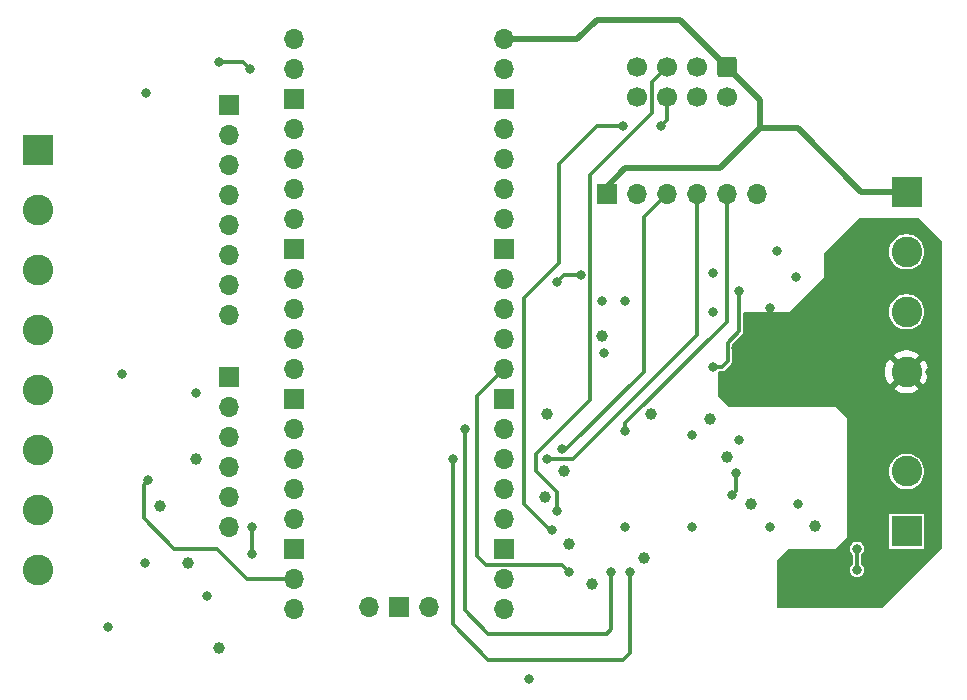
<source format=gbl>
%TF.GenerationSoftware,KiCad,Pcbnew,8.0.2*%
%TF.CreationDate,2024-09-15T12:36:31-05:00*%
%TF.ProjectId,Axis_MCU_V3,41786973-5f4d-4435-955f-56332e6b6963,rev?*%
%TF.SameCoordinates,Original*%
%TF.FileFunction,Copper,L4,Bot*%
%TF.FilePolarity,Positive*%
%FSLAX46Y46*%
G04 Gerber Fmt 4.6, Leading zero omitted, Abs format (unit mm)*
G04 Created by KiCad (PCBNEW 8.0.2) date 2024-09-15 12:36:31*
%MOMM*%
%LPD*%
G01*
G04 APERTURE LIST*
G04 Aperture macros list*
%AMRoundRect*
0 Rectangle with rounded corners*
0 $1 Rounding radius*
0 $2 $3 $4 $5 $6 $7 $8 $9 X,Y pos of 4 corners*
0 Add a 4 corners polygon primitive as box body*
4,1,4,$2,$3,$4,$5,$6,$7,$8,$9,$2,$3,0*
0 Add four circle primitives for the rounded corners*
1,1,$1+$1,$2,$3*
1,1,$1+$1,$4,$5*
1,1,$1+$1,$6,$7*
1,1,$1+$1,$8,$9*
0 Add four rect primitives between the rounded corners*
20,1,$1+$1,$2,$3,$4,$5,0*
20,1,$1+$1,$4,$5,$6,$7,0*
20,1,$1+$1,$6,$7,$8,$9,0*
20,1,$1+$1,$8,$9,$2,$3,0*%
G04 Aperture macros list end*
%TA.AperFunction,ComponentPad*%
%ADD10O,1.700000X1.700000*%
%TD*%
%TA.AperFunction,ComponentPad*%
%ADD11R,1.700000X1.700000*%
%TD*%
%TA.AperFunction,ComponentPad*%
%ADD12R,2.600000X2.600000*%
%TD*%
%TA.AperFunction,ComponentPad*%
%ADD13C,2.600000*%
%TD*%
%TA.AperFunction,ComponentPad*%
%ADD14RoundRect,0.250000X-0.600000X0.600000X-0.600000X-0.600000X0.600000X-0.600000X0.600000X0.600000X0*%
%TD*%
%TA.AperFunction,ComponentPad*%
%ADD15C,1.700000*%
%TD*%
%TA.AperFunction,ViaPad*%
%ADD16C,0.800000*%
%TD*%
%TA.AperFunction,ViaPad*%
%ADD17C,1.000000*%
%TD*%
%TA.AperFunction,Conductor*%
%ADD18C,0.500000*%
%TD*%
%TA.AperFunction,Conductor*%
%ADD19C,0.300000*%
%TD*%
G04 APERTURE END LIST*
D10*
%TO.P,U1,1,GPIO0*%
%TO.N,/UART_TX*%
X91110000Y-32870000D03*
%TO.P,U1,2,GPIO1*%
%TO.N,/UART_RX*%
X91110000Y-35410000D03*
D11*
%TO.P,U1,3,GND*%
%TO.N,GND*%
X91110000Y-37950000D03*
D10*
%TO.P,U1,4,GPIO2*%
%TO.N,/GPIO2*%
X91110000Y-40490000D03*
%TO.P,U1,5,GPIO3*%
%TO.N,/GPIO3*%
X91110000Y-43030000D03*
%TO.P,U1,6,GPIO4*%
%TO.N,/GPIO4*%
X91110000Y-45570000D03*
%TO.P,U1,7,GPIO5*%
%TO.N,/GPIO5*%
X91110000Y-48110000D03*
D11*
%TO.P,U1,8,GND*%
%TO.N,GND*%
X91110000Y-50650000D03*
D10*
%TO.P,U1,9,GPIO6*%
%TO.N,/GPIO6*%
X91110000Y-53190000D03*
%TO.P,U1,10,GPIO7*%
%TO.N,/GPIO7*%
X91110000Y-55730000D03*
%TO.P,U1,11,GPIO8*%
%TO.N,/SPI1_RX*%
X91110000Y-58270000D03*
%TO.P,U1,12,GPIO9*%
%TO.N,/~{SPI1_CS0}*%
X91110000Y-60810000D03*
D11*
%TO.P,U1,13,GND*%
%TO.N,GND*%
X91110000Y-63350000D03*
D10*
%TO.P,U1,14,GPIO10*%
%TO.N,/SPI1_SCK*%
X91110000Y-65890000D03*
%TO.P,U1,15,GPIO11*%
%TO.N,/SPI1_TX*%
X91110000Y-68430000D03*
%TO.P,U1,16,GPIO12*%
%TO.N,/I2C0_SDA*%
X91110000Y-70970000D03*
%TO.P,U1,17,GPIO13*%
%TO.N,/I2C0_SCL*%
X91110000Y-73510000D03*
D11*
%TO.P,U1,18,GND*%
%TO.N,GND*%
X91110000Y-76050000D03*
D10*
%TO.P,U1,19,GPIO14*%
%TO.N,/~{IO_INT}*%
X91110000Y-78590000D03*
%TO.P,U1,20,GPIO15*%
%TO.N,/~{SPI0_CS1}*%
X91110000Y-81130000D03*
%TO.P,U1,21,GPIO16*%
%TO.N,/SPI0_RX*%
X108890000Y-81130000D03*
%TO.P,U1,22,GPIO17*%
%TO.N,/~{SPI0_CS0}*%
X108890000Y-78590000D03*
D11*
%TO.P,U1,23,GND*%
%TO.N,GND*%
X108890000Y-76050000D03*
D10*
%TO.P,U1,24,GPIO18*%
%TO.N,/SPI0_SCK*%
X108890000Y-73510000D03*
%TO.P,U1,25,GPIO19*%
%TO.N,unconnected-(U1-GPIO19-Pad25)*%
X108890000Y-70970000D03*
%TO.P,U1,26,GPIO20*%
%TO.N,/I2C1_SDA*%
X108890000Y-68430000D03*
%TO.P,U1,27,GPIO21*%
%TO.N,/I2C1_SCL*%
X108890000Y-65890000D03*
D11*
%TO.P,U1,28,GND*%
%TO.N,GND*%
X108890000Y-63350000D03*
D10*
%TO.P,U1,29,GPIO22*%
%TO.N,/~{MUX_INT}*%
X108890000Y-60810000D03*
%TO.P,U1,30,RUN*%
%TO.N,Net-(U1-RUN)*%
X108890000Y-58270000D03*
%TO.P,U1,31,GPIO26_ADC0*%
%TO.N,/HV_IO1*%
X108890000Y-55730000D03*
%TO.P,U1,32,GPIO27_ADC1*%
%TO.N,/ZC_SIG*%
X108890000Y-53190000D03*
D11*
%TO.P,U1,33,AGND*%
%TO.N,unconnected-(U1-AGND-Pad33)_0*%
X108890000Y-50650000D03*
D10*
%TO.P,U1,34,GPIO28_ADC2*%
%TO.N,/HV_IO2*%
X108890000Y-48110000D03*
%TO.P,U1,35,ADC_VREF*%
%TO.N,unconnected-(U1-ADC_VREF-Pad35)_0*%
X108890000Y-45570000D03*
%TO.P,U1,36,3V3_OUT*%
%TO.N,+3V3*%
X108890000Y-43030000D03*
%TO.P,U1,37,3V3_EN*%
%TO.N,unconnected-(U1-3V3_EN-Pad37)*%
X108890000Y-40490000D03*
D11*
%TO.P,U1,38,GND*%
%TO.N,GND*%
X108890000Y-37950000D03*
D10*
%TO.P,U1,39,VSYS*%
%TO.N,unconnected-(U1-VSYS-Pad39)*%
X108890000Y-35410000D03*
%TO.P,U1,40,VBUS*%
%TO.N,+5V*%
X108890000Y-32870000D03*
%TO.P,U1,41,SWCLK*%
%TO.N,/SWCLK*%
X97460000Y-80900000D03*
D11*
%TO.P,U1,42,GND*%
%TO.N,GND*%
X100000000Y-80900000D03*
D10*
%TO.P,U1,43,SWDIO*%
%TO.N,/SWDIO*%
X102540000Y-80900000D03*
%TD*%
D12*
%TO.P,J3,1,Pin_1*%
%TO.N,+5V*%
X143000000Y-45780000D03*
D13*
%TO.P,J3,2,Pin_2*%
%TO.N,/ADC_0*%
X143000000Y-50860000D03*
%TO.P,J3,3,Pin_3*%
%TO.N,/ADC_1*%
X143000000Y-55940000D03*
%TO.P,J3,4,Pin_4*%
%TO.N,GND*%
X143000000Y-61020000D03*
%TD*%
D12*
%TO.P,J2,1,Pin_1*%
%TO.N,+3V3*%
X69495000Y-42220000D03*
D13*
%TO.P,J2,2,Pin_2*%
%TO.N,/IO_1*%
X69495000Y-47300000D03*
%TO.P,J2,3,Pin_3*%
%TO.N,/IO_2*%
X69495000Y-52380000D03*
%TO.P,J2,4,Pin_4*%
%TO.N,/IO_3*%
X69495000Y-57460000D03*
%TO.P,J2,5,Pin_5*%
%TO.N,/IO_4*%
X69495000Y-62540000D03*
%TO.P,J2,6,Pin_6*%
%TO.N,/IO_5*%
X69495000Y-67620000D03*
%TO.P,J2,7,Pin_7*%
%TO.N,/IO_6*%
X69495000Y-72700000D03*
%TO.P,J2,8,Pin_8*%
%TO.N,GND*%
X69495000Y-77780000D03*
%TD*%
D11*
%TO.P,J8,1,Pin_1*%
%TO.N,+5V*%
X117650000Y-46000000D03*
D10*
%TO.P,J8,2,Pin_2*%
%TO.N,+3V3*%
X120190000Y-46000000D03*
%TO.P,J8,3,Pin_3*%
%TO.N,/EXT_SDA*%
X122730000Y-46000000D03*
%TO.P,J8,4,Pin_4*%
%TO.N,/EXT_SCL*%
X125270000Y-46000000D03*
%TO.P,J8,5,Pin_5*%
%TO.N,/~{EXT_INT}*%
X127810000Y-46000000D03*
%TO.P,J8,6,Pin_6*%
%TO.N,GND*%
X130350000Y-46000000D03*
%TD*%
D14*
%TO.P,J10,1,Pin_1*%
%TO.N,+5V*%
X127810000Y-35200000D03*
D15*
%TO.P,J10,2,Pin_2*%
%TO.N,+3V3*%
X127810000Y-37740000D03*
%TO.P,J10,3,Pin_3*%
%TO.N,/HV_IO1*%
X125270000Y-35200000D03*
%TO.P,J10,4,Pin_4*%
%TO.N,/ZC_SIG*%
X125270000Y-37740000D03*
%TO.P,J10,5,Pin_5*%
%TO.N,/HV_SDA*%
X122730000Y-35200000D03*
%TO.P,J10,6,Pin_6*%
%TO.N,/HV_SCL*%
X122730000Y-37740000D03*
%TO.P,J10,7,Pin_7*%
%TO.N,/HV_IO2*%
X120190000Y-35200000D03*
%TO.P,J10,8,Pin_8*%
%TO.N,GND*%
X120190000Y-37740000D03*
%TD*%
D12*
%TO.P,J5,1,Pin_1*%
%TO.N,/THCPL1_POS*%
X143000000Y-74545000D03*
D13*
%TO.P,J5,2,Pin_2*%
%TO.N,/THCPL1_NEG*%
X143000000Y-69465000D03*
%TD*%
D11*
%TO.P,J9,1,Pin_1*%
%TO.N,+3V3*%
X85600000Y-38420000D03*
D10*
%TO.P,J9,2,Pin_2*%
%TO.N,/GPIO2*%
X85600000Y-40960000D03*
%TO.P,J9,3,Pin_3*%
%TO.N,/GPIO3*%
X85600000Y-43500000D03*
%TO.P,J9,4,Pin_4*%
%TO.N,/GPIO4*%
X85600000Y-46040000D03*
%TO.P,J9,5,Pin_5*%
%TO.N,/GPIO5*%
X85600000Y-48580000D03*
%TO.P,J9,6,Pin_6*%
%TO.N,/GPIO6*%
X85600000Y-51120000D03*
%TO.P,J9,7,Pin_7*%
%TO.N,/GPIO7*%
X85600000Y-53660000D03*
%TO.P,J9,8,Pin_8*%
%TO.N,GND*%
X85600000Y-56200000D03*
%TD*%
D11*
%TO.P,J7,1,Pin_1*%
%TO.N,+3V3*%
X85600000Y-61460000D03*
D10*
%TO.P,J7,2,Pin_2*%
%TO.N,/SPI1_RX*%
X85600000Y-64000000D03*
%TO.P,J7,3,Pin_3*%
%TO.N,/~{SPI1_CS0}*%
X85600000Y-66540000D03*
%TO.P,J7,4,Pin_4*%
%TO.N,/SPI1_SCK*%
X85600000Y-69080000D03*
%TO.P,J7,5,Pin_5*%
%TO.N,/SPI1_TX*%
X85600000Y-71620000D03*
%TO.P,J7,6,Pin_6*%
%TO.N,GND*%
X85600000Y-74160000D03*
%TD*%
D16*
%TO.N,GND*%
X142000000Y-65000000D03*
X140000000Y-80000000D03*
X145000000Y-61000000D03*
X119200000Y-55000000D03*
X145000000Y-57000000D03*
X133000000Y-59000000D03*
X135000000Y-59000000D03*
X137400000Y-79600000D03*
X78525000Y-77235000D03*
X140000000Y-69000000D03*
X124800000Y-74200000D03*
X144000000Y-65000000D03*
X139000000Y-57000000D03*
X133000000Y-78000000D03*
X131400000Y-55600000D03*
X128000000Y-62000000D03*
X78600000Y-37400000D03*
X137000000Y-53000000D03*
X145000000Y-51000000D03*
X135000000Y-55000000D03*
X83800000Y-80000000D03*
X128600000Y-59000000D03*
X117400000Y-59400000D03*
X128600000Y-63000000D03*
X128800000Y-66800000D03*
X133800000Y-72200000D03*
X139000000Y-61000000D03*
X82800000Y-62800000D03*
X75400000Y-82600000D03*
X139000000Y-51000000D03*
X111000000Y-87000000D03*
X140000000Y-75000000D03*
X132000000Y-50800000D03*
X117200000Y-55000000D03*
X126600000Y-52680000D03*
X124800000Y-66400000D03*
X137000000Y-59000000D03*
X133000000Y-63000000D03*
X137000000Y-63000000D03*
X140000000Y-65000000D03*
X131400000Y-74200000D03*
X76600000Y-61200000D03*
X135000000Y-63000000D03*
X133600000Y-53000000D03*
D17*
%TO.N,+3V3*%
X126400000Y-65000000D03*
D16*
X119200000Y-74200000D03*
D17*
X82200000Y-77200000D03*
X135275000Y-74075000D03*
X84800000Y-84400000D03*
X129800000Y-72200000D03*
D16*
X126600000Y-56000000D03*
D17*
X121400000Y-64600000D03*
X82800000Y-68400000D03*
X116400000Y-79000000D03*
X114400000Y-75600000D03*
X114000000Y-69400000D03*
X79800000Y-72400000D03*
X127800000Y-68200000D03*
X112400000Y-71600000D03*
X112600000Y-64600000D03*
X120800000Y-76800000D03*
X117200000Y-58000000D03*
D16*
%TO.N,/4.5V_VREF*%
X126600000Y-60600000D03*
X128800000Y-54200000D03*
%TO.N,/UART_RX*%
X87400000Y-35400000D03*
X84800000Y-34800000D03*
%TO.N,/THCPL1_NEG*%
X138800000Y-76000000D03*
X138800000Y-77800000D03*
%TO.N,/EXT_SCL*%
X112600000Y-68400000D03*
%TO.N,/I2C0_SDA*%
X87610331Y-76410331D03*
X87600000Y-74200000D03*
%TO.N,/EXT_SDA*%
X113800000Y-67600000D03*
%TO.N,/~{EXT_INT}*%
X119200000Y-66000000D03*
%TO.N,/I2C1_SDA*%
X119600000Y-78000000D03*
X104600000Y-68430000D03*
%TO.N,/I2C1_SCL*%
X105600000Y-65890000D03*
X118000000Y-78000000D03*
%TO.N,/ZC_SIG*%
X113400000Y-53400000D03*
X115400000Y-52800000D03*
%TO.N,/HV_SCL*%
X122200000Y-40200000D03*
X113000000Y-74400000D03*
X119000000Y-40200000D03*
%TO.N,/HV_SDA*%
X113400000Y-72800000D03*
%TO.N,/~{IO_INT}*%
X78800000Y-70200000D03*
%TO.N,/~{MUX_INT}*%
X114400000Y-78000000D03*
%TO.N,/TIMER_SDA*%
X128200000Y-71490000D03*
X128600000Y-69600000D03*
%TD*%
D18*
%TO.N,+5V*%
X127200000Y-43800000D02*
X130600000Y-40400000D01*
X142295000Y-45780000D02*
X139180000Y-45780000D01*
X139180000Y-45780000D02*
X133800000Y-40400000D01*
X130600000Y-40400000D02*
X130600000Y-37990000D01*
X123810000Y-31200000D02*
X116800000Y-31200000D01*
X133800000Y-40400000D02*
X130600000Y-40400000D01*
X119200000Y-43800000D02*
X117650000Y-45350000D01*
X116800000Y-31200000D02*
X115130000Y-32870000D01*
X117650000Y-45350000D02*
X117650000Y-46000000D01*
X127810000Y-35200000D02*
X123810000Y-31200000D01*
X115130000Y-32870000D02*
X108890000Y-32870000D01*
X130600000Y-37990000D02*
X127810000Y-35200000D01*
X119200000Y-43800000D02*
X127200000Y-43800000D01*
D19*
%TO.N,/4.5V_VREF*%
X128800000Y-54200000D02*
X128800000Y-57600000D01*
X128800000Y-57600000D02*
X127850000Y-58550000D01*
X127400000Y-60600000D02*
X126600000Y-60600000D01*
X127850000Y-60150000D02*
X127400000Y-60600000D01*
X127850000Y-58550000D02*
X127850000Y-60150000D01*
%TO.N,/UART_RX*%
X87400000Y-35400000D02*
X86800000Y-34800000D01*
X86800000Y-34800000D02*
X84800000Y-34800000D01*
%TO.N,/THCPL1_NEG*%
X138800000Y-76000000D02*
X138800000Y-77800000D01*
%TO.N,/EXT_SCL*%
X125270000Y-57930000D02*
X125270000Y-46000000D01*
X114800000Y-68400000D02*
X125270000Y-57930000D01*
X112600000Y-68400000D02*
X114800000Y-68400000D01*
%TO.N,/I2C0_SDA*%
X87600000Y-74200000D02*
X87600000Y-76400000D01*
X87600000Y-76400000D02*
X87610331Y-76410331D01*
%TO.N,/EXT_SDA*%
X120800000Y-47930000D02*
X122730000Y-46000000D01*
X113800000Y-67600000D02*
X114200000Y-67600000D01*
X120800000Y-61000000D02*
X120800000Y-47930000D01*
X114200000Y-67600000D02*
X120800000Y-61000000D01*
%TO.N,/~{EXT_INT}*%
X127810000Y-56790000D02*
X127810000Y-46000000D01*
X119200000Y-65400000D02*
X127810000Y-56790000D01*
X119200000Y-66000000D02*
X119200000Y-65400000D01*
%TO.N,/I2C1_SDA*%
X104600000Y-68430000D02*
X104600000Y-82400000D01*
X107600000Y-85400000D02*
X119000000Y-85400000D01*
X104600000Y-82400000D02*
X107600000Y-85400000D01*
X119000000Y-85400000D02*
X119600000Y-84800000D01*
X119600000Y-84800000D02*
X119600000Y-78000000D01*
%TO.N,/I2C1_SCL*%
X107600000Y-83200000D02*
X117600000Y-83200000D01*
X105600000Y-65890000D02*
X105600000Y-81200000D01*
X118000000Y-82800000D02*
X118000000Y-78000000D01*
X117600000Y-83200000D02*
X118000000Y-82800000D01*
X105600000Y-81200000D02*
X107600000Y-83200000D01*
%TO.N,/ZC_SIG*%
X115400000Y-52800000D02*
X114000000Y-52800000D01*
X114000000Y-52800000D02*
X113400000Y-53400000D01*
%TO.N,/HV_SCL*%
X110600000Y-72200000D02*
X110600000Y-54800000D01*
X122200000Y-40200000D02*
X122730000Y-39670000D01*
X112800000Y-74400000D02*
X110600000Y-72200000D01*
X122730000Y-39670000D02*
X122730000Y-37740000D01*
X116800000Y-40200000D02*
X119000000Y-40200000D01*
X113000000Y-74400000D02*
X112800000Y-74400000D01*
X110600000Y-54800000D02*
X113600000Y-51800000D01*
X113600000Y-43400000D02*
X116800000Y-40200000D01*
X113600000Y-51800000D02*
X113600000Y-43400000D01*
%TO.N,/HV_SDA*%
X116200000Y-63400000D02*
X116200000Y-44400000D01*
X113400000Y-71200000D02*
X111600000Y-69400000D01*
X121472877Y-36457123D02*
X122730000Y-35200000D01*
X111600000Y-68000000D02*
X116200000Y-63400000D01*
X116200000Y-44400000D02*
X121472877Y-39127123D01*
X121472877Y-39127123D02*
X121472877Y-36457123D01*
X113400000Y-72800000D02*
X113400000Y-71200000D01*
X111600000Y-69400000D02*
X111600000Y-68000000D01*
%TO.N,/~{IO_INT}*%
X78400000Y-73400000D02*
X81000000Y-76000000D01*
X87190000Y-78590000D02*
X91110000Y-78590000D01*
X78800000Y-70200000D02*
X78400000Y-70600000D01*
X84600000Y-76000000D02*
X87190000Y-78590000D01*
X78400000Y-70600000D02*
X78400000Y-73400000D01*
X81000000Y-76000000D02*
X84600000Y-76000000D01*
%TO.N,/~{MUX_INT}*%
X106600000Y-66600000D02*
X106600000Y-76600000D01*
X107800000Y-77400000D02*
X107810000Y-77390000D01*
X107400000Y-77400000D02*
X107800000Y-77400000D01*
X113790000Y-77390000D02*
X114400000Y-78000000D01*
X106600000Y-76600000D02*
X107400000Y-77400000D01*
X106600000Y-63100000D02*
X106600000Y-66600000D01*
X107810000Y-77390000D02*
X113790000Y-77390000D01*
X108890000Y-60810000D02*
X106600000Y-63100000D01*
%TO.N,/TIMER_SDA*%
X128600000Y-71090000D02*
X128600000Y-69600000D01*
X128200000Y-71490000D02*
X128600000Y-71090000D01*
%TD*%
%TA.AperFunction,Conductor*%
%TO.N,GND*%
G36*
X144015677Y-48019685D02*
G01*
X144036319Y-48036319D01*
X145963681Y-49963681D01*
X145997166Y-50025004D01*
X146000000Y-50051362D01*
X146000000Y-75948638D01*
X145980315Y-76015677D01*
X145963681Y-76036319D01*
X141036319Y-80963681D01*
X140974996Y-80997166D01*
X140948638Y-81000000D01*
X139000000Y-81000000D01*
X135000000Y-81000000D01*
X132124000Y-81000000D01*
X132056961Y-80980315D01*
X132011206Y-80927511D01*
X132000000Y-80876000D01*
X132000000Y-77051362D01*
X132019685Y-76984323D01*
X132036319Y-76963681D01*
X132963681Y-76036319D01*
X133025004Y-76002834D01*
X133051362Y-76000000D01*
X137000000Y-76000000D01*
X137000002Y-75999998D01*
X138194318Y-75999998D01*
X138194318Y-76000000D01*
X138214955Y-76156760D01*
X138214956Y-76156762D01*
X138275464Y-76302841D01*
X138371718Y-76428282D01*
X138400987Y-76450740D01*
X138442189Y-76507165D01*
X138449500Y-76549115D01*
X138449500Y-77250883D01*
X138429815Y-77317922D01*
X138400987Y-77349258D01*
X138371721Y-77371714D01*
X138275463Y-77497160D01*
X138214956Y-77643237D01*
X138214955Y-77643239D01*
X138194318Y-77799998D01*
X138194318Y-77800001D01*
X138214955Y-77956760D01*
X138214956Y-77956762D01*
X138275464Y-78102841D01*
X138371718Y-78228282D01*
X138497159Y-78324536D01*
X138643238Y-78385044D01*
X138721619Y-78395363D01*
X138799999Y-78405682D01*
X138800000Y-78405682D01*
X138800001Y-78405682D01*
X138852254Y-78398802D01*
X138956762Y-78385044D01*
X139102841Y-78324536D01*
X139228282Y-78228282D01*
X139324536Y-78102841D01*
X139385044Y-77956762D01*
X139405682Y-77800000D01*
X139385044Y-77643238D01*
X139324536Y-77497159D01*
X139228282Y-77371718D01*
X139228279Y-77371716D01*
X139228278Y-77371714D01*
X139199013Y-77349258D01*
X139157811Y-77292830D01*
X139150500Y-77250883D01*
X139150500Y-76549115D01*
X139170185Y-76482076D01*
X139199011Y-76450742D01*
X139228282Y-76428282D01*
X139324536Y-76302841D01*
X139385044Y-76156762D01*
X139405682Y-76000000D01*
X139385044Y-75843238D01*
X139324536Y-75697159D01*
X139228282Y-75571718D01*
X139102841Y-75475464D01*
X138956762Y-75414956D01*
X138956760Y-75414955D01*
X138800001Y-75394318D01*
X138799999Y-75394318D01*
X138643239Y-75414955D01*
X138643237Y-75414956D01*
X138497160Y-75475463D01*
X138371718Y-75571718D01*
X138275463Y-75697160D01*
X138214956Y-75843237D01*
X138214955Y-75843239D01*
X138194318Y-75999998D01*
X137000002Y-75999998D01*
X138000000Y-75000000D01*
X138000000Y-73225247D01*
X141499500Y-73225247D01*
X141499500Y-75864752D01*
X141511131Y-75923229D01*
X141511132Y-75923230D01*
X141555447Y-75989552D01*
X141621769Y-76033867D01*
X141621770Y-76033868D01*
X141680247Y-76045499D01*
X141680250Y-76045500D01*
X141680252Y-76045500D01*
X144319750Y-76045500D01*
X144319751Y-76045499D01*
X144334568Y-76042552D01*
X144378229Y-76033868D01*
X144378229Y-76033867D01*
X144378231Y-76033867D01*
X144444552Y-75989552D01*
X144488867Y-75923231D01*
X144488867Y-75923229D01*
X144488868Y-75923229D01*
X144500499Y-75864752D01*
X144500500Y-75864750D01*
X144500500Y-73225249D01*
X144500499Y-73225247D01*
X144488868Y-73166770D01*
X144488867Y-73166769D01*
X144444552Y-73100447D01*
X144378230Y-73056132D01*
X144378229Y-73056131D01*
X144319752Y-73044500D01*
X144319748Y-73044500D01*
X141680252Y-73044500D01*
X141680247Y-73044500D01*
X141621770Y-73056131D01*
X141621769Y-73056132D01*
X141555447Y-73100447D01*
X141511132Y-73166769D01*
X141511131Y-73166770D01*
X141499500Y-73225247D01*
X138000000Y-73225247D01*
X138000000Y-69464994D01*
X141494357Y-69464994D01*
X141494357Y-69465005D01*
X141514890Y-69712812D01*
X141514892Y-69712824D01*
X141575936Y-69953881D01*
X141675826Y-70181606D01*
X141811833Y-70389782D01*
X141811836Y-70389785D01*
X141980256Y-70572738D01*
X142176491Y-70725474D01*
X142395190Y-70843828D01*
X142630386Y-70924571D01*
X142875665Y-70965500D01*
X143124335Y-70965500D01*
X143369614Y-70924571D01*
X143604810Y-70843828D01*
X143823509Y-70725474D01*
X144019744Y-70572738D01*
X144188164Y-70389785D01*
X144324173Y-70181607D01*
X144424063Y-69953881D01*
X144485108Y-69712821D01*
X144505643Y-69465000D01*
X144491735Y-69297159D01*
X144485109Y-69217187D01*
X144485107Y-69217175D01*
X144424063Y-68976118D01*
X144324173Y-68748393D01*
X144188166Y-68540217D01*
X144166557Y-68516744D01*
X144019744Y-68357262D01*
X143823509Y-68204526D01*
X143823507Y-68204525D01*
X143823506Y-68204524D01*
X143604811Y-68086172D01*
X143604802Y-68086169D01*
X143369616Y-68005429D01*
X143124335Y-67964500D01*
X142875665Y-67964500D01*
X142630383Y-68005429D01*
X142395197Y-68086169D01*
X142395188Y-68086172D01*
X142176493Y-68204524D01*
X141980257Y-68357261D01*
X141811833Y-68540217D01*
X141675826Y-68748393D01*
X141575936Y-68976118D01*
X141514892Y-69217175D01*
X141514890Y-69217187D01*
X141494357Y-69464994D01*
X138000000Y-69464994D01*
X138000000Y-65000000D01*
X137000000Y-64000000D01*
X128051362Y-64000000D01*
X127984323Y-63980315D01*
X127963681Y-63963681D01*
X127036319Y-63036319D01*
X127002834Y-62974996D01*
X127000000Y-62948638D01*
X127000000Y-61107231D01*
X127019685Y-61040192D01*
X127025625Y-61031743D01*
X127028279Y-61028284D01*
X127028282Y-61028282D01*
X127034641Y-61019995D01*
X141194953Y-61019995D01*
X141194953Y-61020004D01*
X141215113Y-61289026D01*
X141215113Y-61289028D01*
X141275142Y-61552033D01*
X141275148Y-61552052D01*
X141373709Y-61803181D01*
X141373708Y-61803181D01*
X141508602Y-62036822D01*
X141562294Y-62104151D01*
X141562295Y-62104151D01*
X142398958Y-61267488D01*
X142423978Y-61327890D01*
X142495112Y-61434351D01*
X142585649Y-61524888D01*
X142692110Y-61596022D01*
X142752510Y-61621041D01*
X141914848Y-62458702D01*
X142097483Y-62583220D01*
X142097485Y-62583221D01*
X142340539Y-62700269D01*
X142340537Y-62700269D01*
X142598337Y-62779790D01*
X142598343Y-62779792D01*
X142865101Y-62819999D01*
X142865110Y-62820000D01*
X143134890Y-62820000D01*
X143134898Y-62819999D01*
X143401656Y-62779792D01*
X143401662Y-62779790D01*
X143659461Y-62700269D01*
X143902521Y-62583218D01*
X144085150Y-62458702D01*
X143247488Y-61621041D01*
X143307890Y-61596022D01*
X143414351Y-61524888D01*
X143504888Y-61434351D01*
X143576022Y-61327890D01*
X143601041Y-61267488D01*
X144437703Y-62104151D01*
X144437704Y-62104150D01*
X144491393Y-62036828D01*
X144491400Y-62036817D01*
X144626290Y-61803181D01*
X144724851Y-61552052D01*
X144724857Y-61552033D01*
X144784886Y-61289028D01*
X144784886Y-61289026D01*
X144805047Y-61020004D01*
X144805047Y-61019995D01*
X144784886Y-60750973D01*
X144784886Y-60750971D01*
X144724857Y-60487966D01*
X144724851Y-60487947D01*
X144626290Y-60236818D01*
X144626291Y-60236818D01*
X144491397Y-60003177D01*
X144437704Y-59935847D01*
X143601041Y-60772510D01*
X143576022Y-60712110D01*
X143504888Y-60605649D01*
X143414351Y-60515112D01*
X143307890Y-60443978D01*
X143247488Y-60418958D01*
X144085150Y-59581296D01*
X143902517Y-59456779D01*
X143902516Y-59456778D01*
X143659460Y-59339730D01*
X143659462Y-59339730D01*
X143401662Y-59260209D01*
X143401656Y-59260207D01*
X143134898Y-59220000D01*
X142865101Y-59220000D01*
X142598343Y-59260207D01*
X142598337Y-59260209D01*
X142340538Y-59339730D01*
X142097485Y-59456778D01*
X142097476Y-59456783D01*
X141914848Y-59581296D01*
X142752511Y-60418958D01*
X142692110Y-60443978D01*
X142585649Y-60515112D01*
X142495112Y-60605649D01*
X142423978Y-60712110D01*
X142398958Y-60772511D01*
X141562295Y-59935848D01*
X141508600Y-60003180D01*
X141373709Y-60236818D01*
X141275148Y-60487947D01*
X141275142Y-60487966D01*
X141215113Y-60750971D01*
X141215113Y-60750973D01*
X141194953Y-61019995D01*
X127034641Y-61019995D01*
X127050742Y-60999011D01*
X127107169Y-60957810D01*
X127149116Y-60950500D01*
X127446142Y-60950500D01*
X127446144Y-60950500D01*
X127535288Y-60926614D01*
X127615212Y-60880470D01*
X128130470Y-60365212D01*
X128176614Y-60285288D01*
X128186203Y-60249500D01*
X128200500Y-60196144D01*
X128200500Y-58746544D01*
X128220185Y-58679505D01*
X128236819Y-58658863D01*
X128560896Y-58334786D01*
X129080470Y-57815212D01*
X129126614Y-57735288D01*
X129150500Y-57646144D01*
X129150500Y-56124000D01*
X129170185Y-56056961D01*
X129222989Y-56011206D01*
X129274500Y-56000000D01*
X133000000Y-56000000D01*
X133060006Y-55939994D01*
X141494357Y-55939994D01*
X141494357Y-55940005D01*
X141514890Y-56187812D01*
X141514892Y-56187824D01*
X141575936Y-56428881D01*
X141675826Y-56656606D01*
X141811833Y-56864782D01*
X141844245Y-56899991D01*
X141980256Y-57047738D01*
X142176491Y-57200474D01*
X142395190Y-57318828D01*
X142630386Y-57399571D01*
X142875665Y-57440500D01*
X143124335Y-57440500D01*
X143369614Y-57399571D01*
X143604810Y-57318828D01*
X143823509Y-57200474D01*
X144019744Y-57047738D01*
X144188164Y-56864785D01*
X144324173Y-56656607D01*
X144424063Y-56428881D01*
X144485108Y-56187821D01*
X144487682Y-56156762D01*
X144505643Y-55940005D01*
X144505643Y-55939994D01*
X144485109Y-55692187D01*
X144485107Y-55692175D01*
X144424063Y-55451118D01*
X144324173Y-55223393D01*
X144188166Y-55015217D01*
X144166557Y-54991744D01*
X144019744Y-54832262D01*
X143823509Y-54679526D01*
X143823507Y-54679525D01*
X143823506Y-54679524D01*
X143604811Y-54561172D01*
X143604802Y-54561169D01*
X143369616Y-54480429D01*
X143124335Y-54439500D01*
X142875665Y-54439500D01*
X142630383Y-54480429D01*
X142395197Y-54561169D01*
X142395188Y-54561172D01*
X142176493Y-54679524D01*
X141980257Y-54832261D01*
X141811833Y-55015217D01*
X141675826Y-55223393D01*
X141575936Y-55451118D01*
X141514892Y-55692175D01*
X141514890Y-55692187D01*
X141494357Y-55939994D01*
X133060006Y-55939994D01*
X136000000Y-53000000D01*
X136000000Y-51051362D01*
X136019685Y-50984323D01*
X136036319Y-50963681D01*
X136140006Y-50859994D01*
X141494357Y-50859994D01*
X141494357Y-50860005D01*
X141514890Y-51107812D01*
X141514892Y-51107824D01*
X141575936Y-51348881D01*
X141675826Y-51576606D01*
X141811833Y-51784782D01*
X141811836Y-51784785D01*
X141980256Y-51967738D01*
X142176491Y-52120474D01*
X142395190Y-52238828D01*
X142630386Y-52319571D01*
X142875665Y-52360500D01*
X143124335Y-52360500D01*
X143369614Y-52319571D01*
X143604810Y-52238828D01*
X143823509Y-52120474D01*
X144019744Y-51967738D01*
X144188164Y-51784785D01*
X144324173Y-51576607D01*
X144424063Y-51348881D01*
X144485108Y-51107821D01*
X144485109Y-51107812D01*
X144505643Y-50860005D01*
X144505643Y-50859994D01*
X144485109Y-50612187D01*
X144485107Y-50612175D01*
X144424063Y-50371118D01*
X144324173Y-50143393D01*
X144188166Y-49935217D01*
X144166557Y-49911744D01*
X144019744Y-49752262D01*
X143823509Y-49599526D01*
X143823507Y-49599525D01*
X143823506Y-49599524D01*
X143604811Y-49481172D01*
X143604802Y-49481169D01*
X143369616Y-49400429D01*
X143124335Y-49359500D01*
X142875665Y-49359500D01*
X142630383Y-49400429D01*
X142395197Y-49481169D01*
X142395188Y-49481172D01*
X142176493Y-49599524D01*
X141980257Y-49752261D01*
X141811833Y-49935217D01*
X141675826Y-50143393D01*
X141575936Y-50371118D01*
X141514892Y-50612175D01*
X141514890Y-50612187D01*
X141494357Y-50859994D01*
X136140006Y-50859994D01*
X138963681Y-48036319D01*
X139025004Y-48002834D01*
X139051362Y-48000000D01*
X143948638Y-48000000D01*
X144015677Y-48019685D01*
G37*
%TD.AperFunction*%
%TD*%
M02*

</source>
